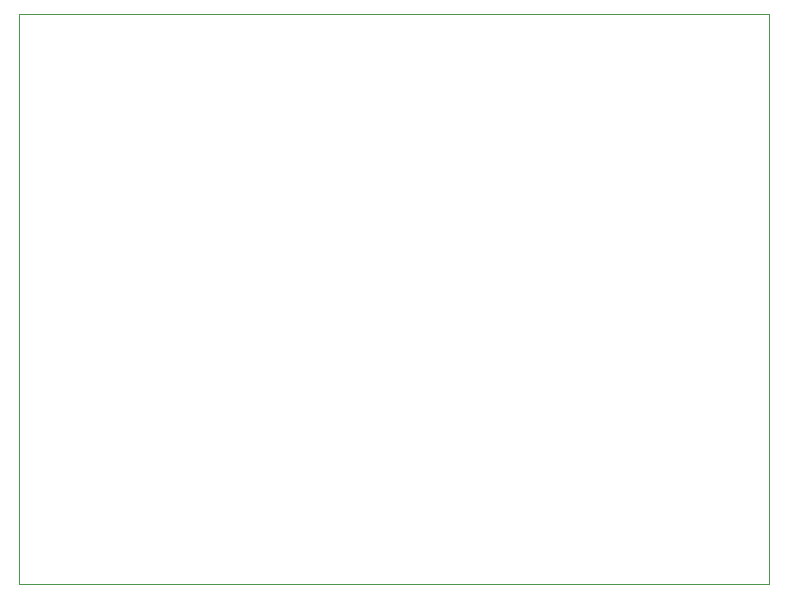
<source format=gbr>
%TF.GenerationSoftware,KiCad,Pcbnew,(6.0.4-0)*%
%TF.CreationDate,2022-04-27T17:17:30-07:00*%
%TF.ProjectId,DC_To_DC_Converter,44435f54-6f5f-4444-935f-436f6e766572,rev?*%
%TF.SameCoordinates,Original*%
%TF.FileFunction,Profile,NP*%
%FSLAX46Y46*%
G04 Gerber Fmt 4.6, Leading zero omitted, Abs format (unit mm)*
G04 Created by KiCad (PCBNEW (6.0.4-0)) date 2022-04-27 17:17:30*
%MOMM*%
%LPD*%
G01*
G04 APERTURE LIST*
%TA.AperFunction,Profile*%
%ADD10C,0.050000*%
%TD*%
G04 APERTURE END LIST*
D10*
X180340000Y-25400000D02*
X180340000Y-73660000D01*
X180340000Y-73660000D02*
X116840000Y-73660000D01*
X116840000Y-73660000D02*
X116840000Y-25400000D01*
X116840000Y-25400000D02*
X180340000Y-25400000D01*
M02*

</source>
